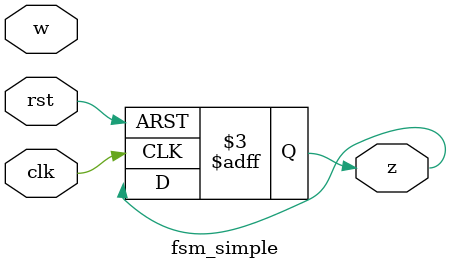
<source format=v>
module fsm_simple(
	input rst,
	input w,
	input clk,
	output reg z
);

parameter[3:0] S0 = 0, S1 = 1, S2 = 2, S3 = 3,
          S4 = 4, S5 = 5, S6 = 6, S7 = 7, S8 = 8;

wire [3:0] sdata_din, state_dout;
wire state_wen;


always@ (posedge clk, posedge rst) begin
	if(! rst) begin
		
	end else begin
		z <= 0;
	end
end

endmodule

</source>
